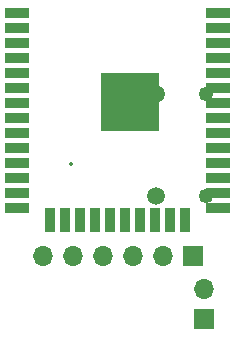
<source format=gbr>
%TF.GenerationSoftware,KiCad,Pcbnew,(5.1.9-0-10_14)*%
%TF.CreationDate,2021-06-20T14:56:48+01:00*%
%TF.ProjectId,Battery,42617474-6572-4792-9e6b-696361645f70,4*%
%TF.SameCoordinates,Original*%
%TF.FileFunction,Soldermask,Bot*%
%TF.FilePolarity,Negative*%
%FSLAX46Y46*%
G04 Gerber Fmt 4.6, Leading zero omitted, Abs format (unit mm)*
G04 Created by KiCad (PCBNEW (5.1.9-0-10_14)) date 2021-06-20 14:56:48*
%MOMM*%
%LPD*%
G01*
G04 APERTURE LIST*
%ADD10C,0.350000*%
%ADD11R,2.000000X0.900000*%
%ADD12R,0.900000X2.000000*%
%ADD13R,5.000000X5.000000*%
%ADD14O,1.700000X1.700000*%
%ADD15R,1.700000X1.700000*%
%ADD16C,1.250000*%
%ADD17C,1.500000*%
G04 APERTURE END LIST*
D10*
%TO.C,U2*%
X122700000Y-112700000D03*
%TD*%
D11*
%TO.C,U1*%
X118200000Y-99895000D03*
X118200000Y-101165000D03*
X118200000Y-102435000D03*
X118200000Y-103705000D03*
X118200000Y-104975000D03*
X118200000Y-106245000D03*
X118200000Y-107515000D03*
X118200000Y-108785000D03*
X118200000Y-110055000D03*
X118200000Y-111325000D03*
X118200000Y-112595000D03*
X118200000Y-113865000D03*
X118200000Y-115135000D03*
X118200000Y-116405000D03*
D12*
X120985000Y-117405000D03*
X122255000Y-117405000D03*
X123525000Y-117405000D03*
X124795000Y-117405000D03*
X126065000Y-117405000D03*
X127335000Y-117405000D03*
X128605000Y-117405000D03*
X129875000Y-117405000D03*
X131145000Y-117405000D03*
X132415000Y-117405000D03*
D11*
X135200000Y-116405000D03*
X135200000Y-115135000D03*
X135200000Y-113865000D03*
X135200000Y-112595000D03*
X135200000Y-111325000D03*
X135200000Y-110055000D03*
X135200000Y-108785000D03*
X135200000Y-107515000D03*
X135200000Y-106245000D03*
X135200000Y-104975000D03*
X135200000Y-103705000D03*
X135200000Y-102435000D03*
X135200000Y-101165000D03*
X135200000Y-99895000D03*
D13*
X127700000Y-107395000D03*
%TD*%
D14*
%TO.C,J3*%
X134000000Y-123260000D03*
D15*
X134000000Y-125800000D03*
%TD*%
%TO.C,J1*%
X133045000Y-120500000D03*
D14*
X130505000Y-120500000D03*
X127965000Y-120500000D03*
X125425000Y-120500000D03*
X122885000Y-120500000D03*
X120345000Y-120500000D03*
%TD*%
D16*
%TO.C,J2*%
X134135000Y-106780000D03*
X134135000Y-115420000D03*
D17*
X129965000Y-106780000D03*
X129965000Y-115420000D03*
%TD*%
M02*

</source>
